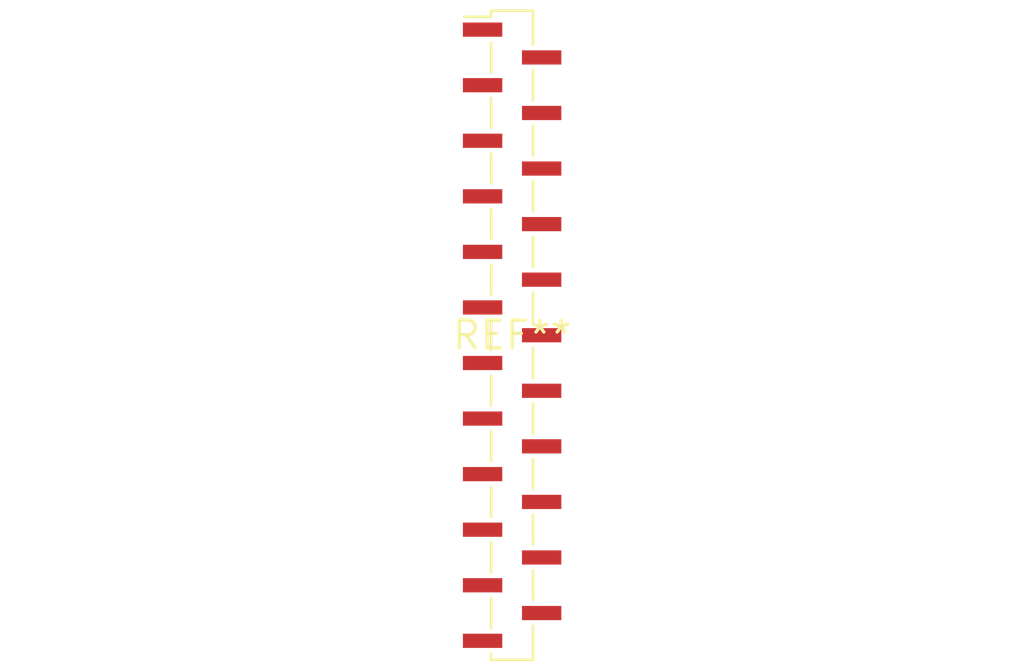
<source format=kicad_pcb>
(kicad_pcb (version 20240108) (generator pcbnew)
  (layers (0 "F.Cu" signal) (31 "B.Cu" signal) (34 "B.Paste" user) (35 "F.Paste" user) (36 "B.SilkS" user "B.Silkscreen") (37 "F.SilkS" user "F.Silkscreen") (38 "B.Mask" user) (39 "F.Mask" user) (44 "Edge.Cuts" user))
  (net 0 "")
  (footprint "PinSocket_1x23_P1.27mm_Vertical_SMD_Pin1Left" (layer "F.Cu") (at 0 0)
    (property "Reference" "REF**")
    (property "Value" "PinSocket_1x23_P1.27mm_Vertical_SMD_Pin1Left")
    (fp_line (start -2.19 -14.555) (end -0.96 -14.555) (layer "F.SilkS") (stroke (width 0.12)))
    (fp_line (start -0.96 -14.84) (end -0.96 -14.555) (layer "F.SilkS") (stroke (width 0.12)))
    (fp_line (start -0.96 -14.84) (end 0.96 -14.84) (layer "F.SilkS") (stroke (width 0.12)))
    (fp_line (start -0.96 -13.385) (end -0.96 -12.015) (layer "F.SilkS") (stroke (width 0.12)))
    (fp_line (start -0.96 -10.845) (end -0.96 -9.475) (layer "F.SilkS") (stroke (width 0.12)))
    (fp_line (start -0.96 -8.305) (end -0.96 -6.935) (layer "F.SilkS") (stroke (width 0.12)))
    (fp_line (start -0.96 -5.765) (end -0.96 -4.395) (layer "F.SilkS") (stroke (width 0.12)))
    (fp_line (start -0.96 -3.225) (end -0.96 -1.855) (layer "F.SilkS") (stroke (width 0.12)))
    (fp_line (start -0.96 -0.685) (end -0.96 0.685) (layer "F.SilkS") (stroke (width 0.12)))
    (fp_line (start -0.96 1.855) (end -0.96 3.225) (layer "F.SilkS") (stroke (width 0.12)))
    (fp_line (start -0.96 4.395) (end -0.96 5.765) (layer "F.SilkS") (stroke (width 0.12)))
    (fp_line (start -0.96 6.935) (end -0.96 8.305) (layer "F.SilkS") (stroke (width 0.12)))
    (fp_line (start -0.96 9.475) (end -0.96 10.845) (layer "F.SilkS") (stroke (width 0.12)))
    (fp_line (start -0.96 12.015) (end -0.96 13.385) (layer "F.SilkS") (stroke (width 0.12)))
    (fp_line (start -0.96 14.555) (end -0.96 14.84) (layer "F.SilkS") (stroke (width 0.12)))
    (fp_line (start -0.96 14.84) (end 0.96 14.84) (layer "F.SilkS") (stroke (width 0.12)))
    (fp_line (start 0.96 -14.84) (end 0.96 -13.285) (layer "F.SilkS") (stroke (width 0.12)))
    (fp_line (start 0.96 -12.115) (end 0.96 -10.745) (layer "F.SilkS") (stroke (width 0.12)))
    (fp_line (start 0.96 -9.575) (end 0.96 -8.205) (layer "F.SilkS") (stroke (width 0.12)))
    (fp_line (start 0.96 -7.035) (end 0.96 -5.665) (layer "F.SilkS") (stroke (width 0.12)))
    (fp_line (start 0.96 -4.495) (end 0.96 -3.125) (layer "F.SilkS") (stroke (width 0.12)))
    (fp_line (start 0.96 -1.955) (end 0.96 -0.585) (layer "F.SilkS") (stroke (width 0.12)))
    (fp_line (start 0.96 0.585) (end 0.96 1.955) (layer "F.SilkS") (stroke (width 0.12)))
    (fp_line (start 0.96 3.125) (end 0.96 4.495) (layer "F.SilkS") (stroke (width 0.12)))
    (fp_line (start 0.96 5.665) (end 0.96 7.035) (layer "F.SilkS") (stroke (width 0.12)))
    (fp_line (start 0.96 8.205) (end 0.96 9.575) (layer "F.SilkS") (stroke (width 0.12)))
    (fp_line (start 0.96 10.745) (end 0.96 12.115) (layer "F.SilkS") (stroke (width 0.12)))
    (fp_line (start 0.96 13.285) (end 0.96 14.84) (layer "F.SilkS") (stroke (width 0.12)))
    (pad "1" smd rect (at -1.35 -13.97) (size 1.8 0.65) (layers "F.Cu" "F.Paste" "F.Mask"))
    (pad "2" smd rect (at 1.35 -12.7) (size 1.8 0.65) (layers "F.Cu" "F.Paste" "F.Mask"))
    (pad "3" smd rect (at -1.35 -11.43) (size 1.8 0.65) (layers "F.Cu" "F.Paste" "F.Mask"))
    (pad "4" smd rect (at 1.35 -10.16) (size 1.8 0.65) (layers "F.Cu" "F.Paste" "F.Mask"))
    (pad "5" smd rect (at -1.35 -8.89) (size 1.8 0.65) (layers "F.Cu" "F.Paste" "F.Mask"))
    (pad "6" smd rect (at 1.35 -7.62) (size 1.8 0.65) (layers "F.Cu" "F.Paste" "F.Mask"))
    (pad "7" smd rect (at -1.35 -6.35) (size 1.8 0.65) (layers "F.Cu" "F.Paste" "F.Mask"))
    (pad "8" smd rect (at 1.35 -5.08) (size 1.8 0.65) (layers "F.Cu" "F.Paste" "F.Mask"))
    (pad "9" smd rect (at -1.35 -3.81) (size 1.8 0.65) (layers "F.Cu" "F.Paste" "F.Mask"))
    (pad "10" smd rect (at 1.35 -2.54) (size 1.8 0.65) (layers "F.Cu" "F.Paste" "F.Mask"))
    (pad "11" smd rect (at -1.35 -1.27) (size 1.8 0.65) (layers "F.Cu" "F.Paste" "F.Mask"))
    (pad "12" smd rect (at 1.35 0) (size 1.8 0.65) (layers "F.Cu" "F.Paste" "F.Mask"))
    (pad "13" smd rect (at -1.35 1.27) (size 1.8 0.65) (layers "F.Cu" "F.Paste" "F.Mask"))
    (pad "14" smd rect (at 1.35 2.54) (size 1.8 0.65) (layers "F.Cu" "F.Paste" "F.Mask"))
    (pad "15" smd rect (at -1.35 3.81) (size 1.8 0.65) (layers "F.Cu" "F.Paste" "F.Mask"))
    (pad "16" smd rect (at 1.35 5.08) (size 1.8 0.65) (layers "F.Cu" "F.Paste" "F.Mask"))
    (pad "17" smd rect (at -1.35 6.35) (size 1.8 0.65) (layers "F.Cu" "F.Paste" "F.Mask"))
    (pad "18" smd rect (at 1.35 7.62) (size 1.8 0.65) (layers "F.Cu" "F.Paste" "F.Mask"))
    (pad "19" smd rect (at -1.35 8.89) (size 1.8 0.65) (layers "F.Cu" "F.Paste" "F.Mask"))
    (pad "20" smd rect (at 1.35 10.16) (size 1.8 0.65) (layers "F.Cu" "F.Paste" "F.Mask"))
    (pad "21" smd rect (at -1.35 11.43) (size 1.8 0.65) (layers "F.Cu" "F.Paste" "F.Mask"))
    (pad "22" smd rect (at 1.35 12.7) (size 1.8 0.65) (layers "F.Cu" "F.Paste" "F.Mask"))
    (pad "23" smd rect (at -1.35 13.97) (size 1.8 0.65) (layers "F.Cu" "F.Paste" "F.Mask"))
  )
)
</source>
